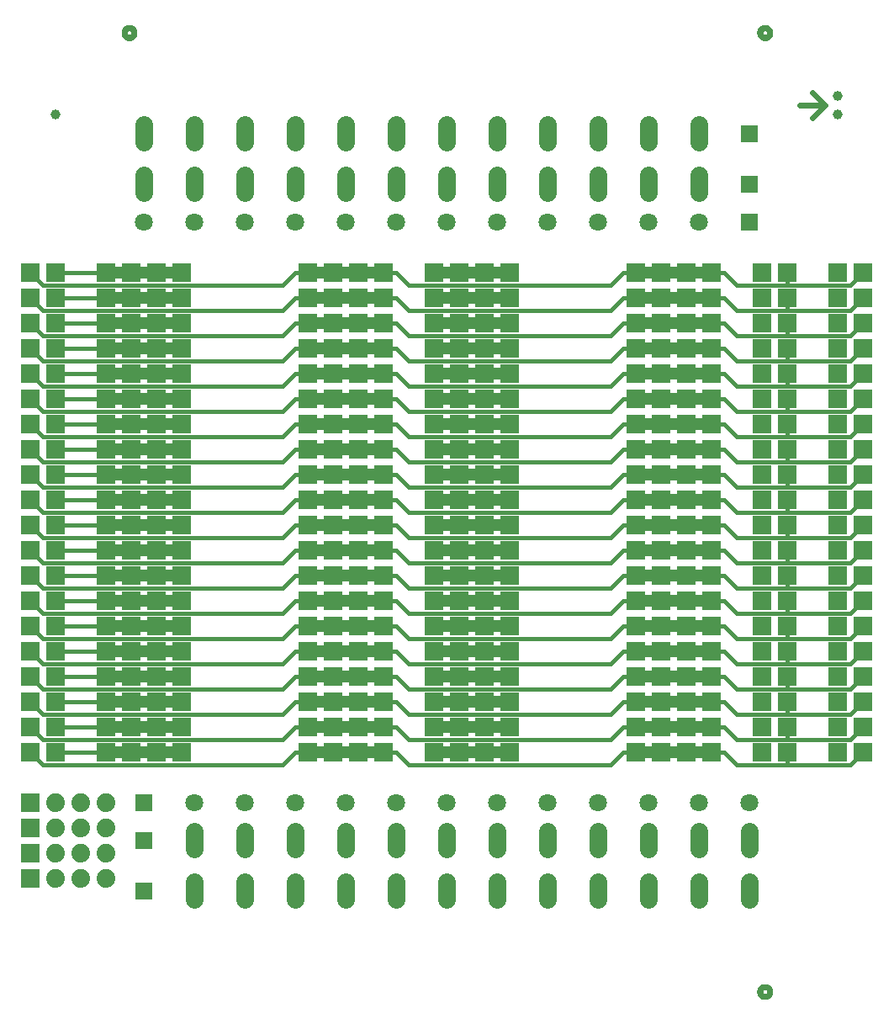
<source format=gtl>
G75*
%MOIN*%
%OFA0B0*%
%FSLAX25Y25*%
%IPPOS*%
%LPD*%
%AMOC8*
5,1,8,0,0,1.08239X$1,22.5*
%
%ADD10C,0.02400*%
%ADD11C,0.03937*%
%ADD12R,0.07400X0.07400*%
%ADD13C,0.07087*%
%ADD14R,0.07087X0.07087*%
%ADD15C,0.07400*%
%ADD16C,0.07087*%
%ADD17R,0.35000X0.05000*%
%ADD18C,0.01600*%
D10*
X0307140Y0008690D02*
X0307142Y0008778D01*
X0307148Y0008866D01*
X0307158Y0008954D01*
X0307172Y0009042D01*
X0307189Y0009128D01*
X0307211Y0009214D01*
X0307236Y0009298D01*
X0307266Y0009382D01*
X0307298Y0009464D01*
X0307335Y0009544D01*
X0307375Y0009623D01*
X0307419Y0009700D01*
X0307466Y0009775D01*
X0307516Y0009847D01*
X0307570Y0009918D01*
X0307626Y0009985D01*
X0307686Y0010051D01*
X0307748Y0010113D01*
X0307814Y0010173D01*
X0307881Y0010229D01*
X0307952Y0010283D01*
X0308024Y0010333D01*
X0308099Y0010380D01*
X0308176Y0010424D01*
X0308255Y0010464D01*
X0308335Y0010501D01*
X0308417Y0010533D01*
X0308501Y0010563D01*
X0308585Y0010588D01*
X0308671Y0010610D01*
X0308757Y0010627D01*
X0308845Y0010641D01*
X0308933Y0010651D01*
X0309021Y0010657D01*
X0309109Y0010659D01*
X0309197Y0010657D01*
X0309285Y0010651D01*
X0309373Y0010641D01*
X0309461Y0010627D01*
X0309547Y0010610D01*
X0309633Y0010588D01*
X0309717Y0010563D01*
X0309801Y0010533D01*
X0309883Y0010501D01*
X0309963Y0010464D01*
X0310042Y0010424D01*
X0310119Y0010380D01*
X0310194Y0010333D01*
X0310266Y0010283D01*
X0310337Y0010229D01*
X0310404Y0010173D01*
X0310470Y0010113D01*
X0310532Y0010051D01*
X0310592Y0009985D01*
X0310648Y0009918D01*
X0310702Y0009847D01*
X0310752Y0009775D01*
X0310799Y0009700D01*
X0310843Y0009623D01*
X0310883Y0009544D01*
X0310920Y0009464D01*
X0310952Y0009382D01*
X0310982Y0009298D01*
X0311007Y0009214D01*
X0311029Y0009128D01*
X0311046Y0009042D01*
X0311060Y0008954D01*
X0311070Y0008866D01*
X0311076Y0008778D01*
X0311078Y0008690D01*
X0311076Y0008602D01*
X0311070Y0008514D01*
X0311060Y0008426D01*
X0311046Y0008338D01*
X0311029Y0008252D01*
X0311007Y0008166D01*
X0310982Y0008082D01*
X0310952Y0007998D01*
X0310920Y0007916D01*
X0310883Y0007836D01*
X0310843Y0007757D01*
X0310799Y0007680D01*
X0310752Y0007605D01*
X0310702Y0007533D01*
X0310648Y0007462D01*
X0310592Y0007395D01*
X0310532Y0007329D01*
X0310470Y0007267D01*
X0310404Y0007207D01*
X0310337Y0007151D01*
X0310266Y0007097D01*
X0310194Y0007047D01*
X0310119Y0007000D01*
X0310042Y0006956D01*
X0309963Y0006916D01*
X0309883Y0006879D01*
X0309801Y0006847D01*
X0309717Y0006817D01*
X0309633Y0006792D01*
X0309547Y0006770D01*
X0309461Y0006753D01*
X0309373Y0006739D01*
X0309285Y0006729D01*
X0309197Y0006723D01*
X0309109Y0006721D01*
X0309021Y0006723D01*
X0308933Y0006729D01*
X0308845Y0006739D01*
X0308757Y0006753D01*
X0308671Y0006770D01*
X0308585Y0006792D01*
X0308501Y0006817D01*
X0308417Y0006847D01*
X0308335Y0006879D01*
X0308255Y0006916D01*
X0308176Y0006956D01*
X0308099Y0007000D01*
X0308024Y0007047D01*
X0307952Y0007097D01*
X0307881Y0007151D01*
X0307814Y0007207D01*
X0307748Y0007267D01*
X0307686Y0007329D01*
X0307626Y0007395D01*
X0307570Y0007462D01*
X0307516Y0007533D01*
X0307466Y0007605D01*
X0307419Y0007680D01*
X0307375Y0007757D01*
X0307335Y0007836D01*
X0307298Y0007916D01*
X0307266Y0007998D01*
X0307236Y0008082D01*
X0307211Y0008166D01*
X0307189Y0008252D01*
X0307172Y0008338D01*
X0307158Y0008426D01*
X0307148Y0008514D01*
X0307142Y0008602D01*
X0307140Y0008690D01*
X0328125Y0354900D02*
X0333125Y0359900D01*
X0328125Y0364900D01*
X0323125Y0359900D02*
X0333125Y0359900D01*
X0307140Y0388611D02*
X0307142Y0388699D01*
X0307148Y0388787D01*
X0307158Y0388875D01*
X0307172Y0388963D01*
X0307189Y0389049D01*
X0307211Y0389135D01*
X0307236Y0389219D01*
X0307266Y0389303D01*
X0307298Y0389385D01*
X0307335Y0389465D01*
X0307375Y0389544D01*
X0307419Y0389621D01*
X0307466Y0389696D01*
X0307516Y0389768D01*
X0307570Y0389839D01*
X0307626Y0389906D01*
X0307686Y0389972D01*
X0307748Y0390034D01*
X0307814Y0390094D01*
X0307881Y0390150D01*
X0307952Y0390204D01*
X0308024Y0390254D01*
X0308099Y0390301D01*
X0308176Y0390345D01*
X0308255Y0390385D01*
X0308335Y0390422D01*
X0308417Y0390454D01*
X0308501Y0390484D01*
X0308585Y0390509D01*
X0308671Y0390531D01*
X0308757Y0390548D01*
X0308845Y0390562D01*
X0308933Y0390572D01*
X0309021Y0390578D01*
X0309109Y0390580D01*
X0309197Y0390578D01*
X0309285Y0390572D01*
X0309373Y0390562D01*
X0309461Y0390548D01*
X0309547Y0390531D01*
X0309633Y0390509D01*
X0309717Y0390484D01*
X0309801Y0390454D01*
X0309883Y0390422D01*
X0309963Y0390385D01*
X0310042Y0390345D01*
X0310119Y0390301D01*
X0310194Y0390254D01*
X0310266Y0390204D01*
X0310337Y0390150D01*
X0310404Y0390094D01*
X0310470Y0390034D01*
X0310532Y0389972D01*
X0310592Y0389906D01*
X0310648Y0389839D01*
X0310702Y0389768D01*
X0310752Y0389696D01*
X0310799Y0389621D01*
X0310843Y0389544D01*
X0310883Y0389465D01*
X0310920Y0389385D01*
X0310952Y0389303D01*
X0310982Y0389219D01*
X0311007Y0389135D01*
X0311029Y0389049D01*
X0311046Y0388963D01*
X0311060Y0388875D01*
X0311070Y0388787D01*
X0311076Y0388699D01*
X0311078Y0388611D01*
X0311076Y0388523D01*
X0311070Y0388435D01*
X0311060Y0388347D01*
X0311046Y0388259D01*
X0311029Y0388173D01*
X0311007Y0388087D01*
X0310982Y0388003D01*
X0310952Y0387919D01*
X0310920Y0387837D01*
X0310883Y0387757D01*
X0310843Y0387678D01*
X0310799Y0387601D01*
X0310752Y0387526D01*
X0310702Y0387454D01*
X0310648Y0387383D01*
X0310592Y0387316D01*
X0310532Y0387250D01*
X0310470Y0387188D01*
X0310404Y0387128D01*
X0310337Y0387072D01*
X0310266Y0387018D01*
X0310194Y0386968D01*
X0310119Y0386921D01*
X0310042Y0386877D01*
X0309963Y0386837D01*
X0309883Y0386800D01*
X0309801Y0386768D01*
X0309717Y0386738D01*
X0309633Y0386713D01*
X0309547Y0386691D01*
X0309461Y0386674D01*
X0309373Y0386660D01*
X0309285Y0386650D01*
X0309197Y0386644D01*
X0309109Y0386642D01*
X0309021Y0386644D01*
X0308933Y0386650D01*
X0308845Y0386660D01*
X0308757Y0386674D01*
X0308671Y0386691D01*
X0308585Y0386713D01*
X0308501Y0386738D01*
X0308417Y0386768D01*
X0308335Y0386800D01*
X0308255Y0386837D01*
X0308176Y0386877D01*
X0308099Y0386921D01*
X0308024Y0386968D01*
X0307952Y0387018D01*
X0307881Y0387072D01*
X0307814Y0387128D01*
X0307748Y0387188D01*
X0307686Y0387250D01*
X0307626Y0387316D01*
X0307570Y0387383D01*
X0307516Y0387454D01*
X0307466Y0387526D01*
X0307419Y0387601D01*
X0307375Y0387678D01*
X0307335Y0387757D01*
X0307298Y0387837D01*
X0307266Y0387919D01*
X0307236Y0388003D01*
X0307211Y0388087D01*
X0307189Y0388173D01*
X0307172Y0388259D01*
X0307158Y0388347D01*
X0307148Y0388435D01*
X0307142Y0388523D01*
X0307140Y0388611D01*
X0055171Y0388611D02*
X0055173Y0388699D01*
X0055179Y0388787D01*
X0055189Y0388875D01*
X0055203Y0388963D01*
X0055220Y0389049D01*
X0055242Y0389135D01*
X0055267Y0389219D01*
X0055297Y0389303D01*
X0055329Y0389385D01*
X0055366Y0389465D01*
X0055406Y0389544D01*
X0055450Y0389621D01*
X0055497Y0389696D01*
X0055547Y0389768D01*
X0055601Y0389839D01*
X0055657Y0389906D01*
X0055717Y0389972D01*
X0055779Y0390034D01*
X0055845Y0390094D01*
X0055912Y0390150D01*
X0055983Y0390204D01*
X0056055Y0390254D01*
X0056130Y0390301D01*
X0056207Y0390345D01*
X0056286Y0390385D01*
X0056366Y0390422D01*
X0056448Y0390454D01*
X0056532Y0390484D01*
X0056616Y0390509D01*
X0056702Y0390531D01*
X0056788Y0390548D01*
X0056876Y0390562D01*
X0056964Y0390572D01*
X0057052Y0390578D01*
X0057140Y0390580D01*
X0057228Y0390578D01*
X0057316Y0390572D01*
X0057404Y0390562D01*
X0057492Y0390548D01*
X0057578Y0390531D01*
X0057664Y0390509D01*
X0057748Y0390484D01*
X0057832Y0390454D01*
X0057914Y0390422D01*
X0057994Y0390385D01*
X0058073Y0390345D01*
X0058150Y0390301D01*
X0058225Y0390254D01*
X0058297Y0390204D01*
X0058368Y0390150D01*
X0058435Y0390094D01*
X0058501Y0390034D01*
X0058563Y0389972D01*
X0058623Y0389906D01*
X0058679Y0389839D01*
X0058733Y0389768D01*
X0058783Y0389696D01*
X0058830Y0389621D01*
X0058874Y0389544D01*
X0058914Y0389465D01*
X0058951Y0389385D01*
X0058983Y0389303D01*
X0059013Y0389219D01*
X0059038Y0389135D01*
X0059060Y0389049D01*
X0059077Y0388963D01*
X0059091Y0388875D01*
X0059101Y0388787D01*
X0059107Y0388699D01*
X0059109Y0388611D01*
X0059107Y0388523D01*
X0059101Y0388435D01*
X0059091Y0388347D01*
X0059077Y0388259D01*
X0059060Y0388173D01*
X0059038Y0388087D01*
X0059013Y0388003D01*
X0058983Y0387919D01*
X0058951Y0387837D01*
X0058914Y0387757D01*
X0058874Y0387678D01*
X0058830Y0387601D01*
X0058783Y0387526D01*
X0058733Y0387454D01*
X0058679Y0387383D01*
X0058623Y0387316D01*
X0058563Y0387250D01*
X0058501Y0387188D01*
X0058435Y0387128D01*
X0058368Y0387072D01*
X0058297Y0387018D01*
X0058225Y0386968D01*
X0058150Y0386921D01*
X0058073Y0386877D01*
X0057994Y0386837D01*
X0057914Y0386800D01*
X0057832Y0386768D01*
X0057748Y0386738D01*
X0057664Y0386713D01*
X0057578Y0386691D01*
X0057492Y0386674D01*
X0057404Y0386660D01*
X0057316Y0386650D01*
X0057228Y0386644D01*
X0057140Y0386642D01*
X0057052Y0386644D01*
X0056964Y0386650D01*
X0056876Y0386660D01*
X0056788Y0386674D01*
X0056702Y0386691D01*
X0056616Y0386713D01*
X0056532Y0386738D01*
X0056448Y0386768D01*
X0056366Y0386800D01*
X0056286Y0386837D01*
X0056207Y0386877D01*
X0056130Y0386921D01*
X0056055Y0386968D01*
X0055983Y0387018D01*
X0055912Y0387072D01*
X0055845Y0387128D01*
X0055779Y0387188D01*
X0055717Y0387250D01*
X0055657Y0387316D01*
X0055601Y0387383D01*
X0055547Y0387454D01*
X0055497Y0387526D01*
X0055450Y0387601D01*
X0055406Y0387678D01*
X0055366Y0387757D01*
X0055329Y0387837D01*
X0055297Y0387919D01*
X0055267Y0388003D01*
X0055242Y0388087D01*
X0055220Y0388173D01*
X0055203Y0388259D01*
X0055189Y0388347D01*
X0055179Y0388435D01*
X0055173Y0388523D01*
X0055171Y0388611D01*
D11*
X0028125Y0356150D03*
X0338125Y0356150D03*
X0338125Y0363650D03*
D12*
X0018125Y0053650D03*
X0018125Y0063650D03*
X0018125Y0073650D03*
X0018125Y0083650D03*
X0018125Y0103650D03*
X0018125Y0113650D03*
X0028125Y0113650D03*
X0028125Y0103650D03*
X0028125Y0123650D03*
X0028125Y0133650D03*
X0028125Y0143650D03*
X0028125Y0153650D03*
X0028125Y0163650D03*
X0028125Y0173650D03*
X0028125Y0183650D03*
X0028125Y0193650D03*
X0028125Y0203650D03*
X0028125Y0213650D03*
X0028125Y0223650D03*
X0028125Y0233650D03*
X0028125Y0243650D03*
X0028125Y0253650D03*
X0028125Y0263650D03*
X0028125Y0273650D03*
X0028125Y0283650D03*
X0028125Y0293650D03*
X0018125Y0293650D03*
X0018125Y0283650D03*
X0018125Y0273650D03*
X0018125Y0263650D03*
X0018125Y0253650D03*
X0018125Y0243650D03*
X0018125Y0233650D03*
X0018125Y0223650D03*
X0018125Y0213650D03*
X0018125Y0203650D03*
X0018125Y0193650D03*
X0018125Y0183650D03*
X0018125Y0173650D03*
X0018125Y0163650D03*
X0018125Y0153650D03*
X0018125Y0143650D03*
X0018125Y0133650D03*
X0018125Y0123650D03*
X0048125Y0123650D03*
X0058125Y0123650D03*
X0058125Y0133650D03*
X0048125Y0133650D03*
X0048125Y0143650D03*
X0058125Y0143650D03*
X0058125Y0153650D03*
X0048125Y0153650D03*
X0048125Y0163650D03*
X0058125Y0163650D03*
X0058125Y0173650D03*
X0048125Y0173650D03*
X0048125Y0183650D03*
X0058125Y0183650D03*
X0058125Y0193650D03*
X0048125Y0193650D03*
X0048125Y0203650D03*
X0058125Y0203650D03*
X0058125Y0213650D03*
X0048125Y0213650D03*
X0048125Y0223650D03*
X0058125Y0223650D03*
X0058125Y0233650D03*
X0048125Y0233650D03*
X0048125Y0243650D03*
X0058125Y0243650D03*
X0058125Y0253650D03*
X0048125Y0253650D03*
X0048125Y0263650D03*
X0058125Y0263650D03*
X0058125Y0273650D03*
X0048125Y0273650D03*
X0048125Y0283650D03*
X0058125Y0283650D03*
X0058125Y0293650D03*
X0048125Y0293650D03*
X0068125Y0293650D03*
X0068125Y0283650D03*
X0078125Y0283650D03*
X0078125Y0293650D03*
X0078125Y0273650D03*
X0078125Y0263650D03*
X0078125Y0253650D03*
X0078125Y0243650D03*
X0078125Y0233650D03*
X0078125Y0223650D03*
X0078125Y0213650D03*
X0078125Y0203650D03*
X0078125Y0193650D03*
X0078125Y0183650D03*
X0078125Y0173650D03*
X0078125Y0163650D03*
X0078125Y0153650D03*
X0078125Y0143650D03*
X0078125Y0133650D03*
X0078125Y0123650D03*
X0078125Y0113650D03*
X0078125Y0103650D03*
X0068125Y0103650D03*
X0068125Y0113650D03*
X0068125Y0123650D03*
X0068125Y0133650D03*
X0068125Y0143650D03*
X0068125Y0153650D03*
X0068125Y0163650D03*
X0068125Y0173650D03*
X0068125Y0183650D03*
X0068125Y0193650D03*
X0068125Y0203650D03*
X0068125Y0213650D03*
X0068125Y0223650D03*
X0068125Y0233650D03*
X0068125Y0243650D03*
X0068125Y0253650D03*
X0068125Y0263650D03*
X0068125Y0273650D03*
X0128125Y0273650D03*
X0128125Y0263650D03*
X0138125Y0263650D03*
X0138125Y0273650D03*
X0148125Y0273650D03*
X0148125Y0263650D03*
X0158125Y0263650D03*
X0158125Y0273650D03*
X0158125Y0283650D03*
X0158125Y0293650D03*
X0148125Y0293650D03*
X0148125Y0283650D03*
X0138125Y0283650D03*
X0138125Y0293650D03*
X0128125Y0293650D03*
X0128125Y0283650D03*
X0128125Y0253650D03*
X0128125Y0243650D03*
X0138125Y0243650D03*
X0138125Y0253650D03*
X0148125Y0253650D03*
X0148125Y0243650D03*
X0158125Y0243650D03*
X0158125Y0253650D03*
X0178125Y0253650D03*
X0178125Y0243650D03*
X0188125Y0243650D03*
X0188125Y0253650D03*
X0198125Y0253650D03*
X0208125Y0253650D03*
X0208125Y0243650D03*
X0198125Y0243650D03*
X0198125Y0233650D03*
X0208125Y0233650D03*
X0208125Y0223650D03*
X0198125Y0223650D03*
X0198125Y0213650D03*
X0208125Y0213650D03*
X0208125Y0203650D03*
X0198125Y0203650D03*
X0198125Y0193650D03*
X0208125Y0193650D03*
X0208125Y0183650D03*
X0198125Y0183650D03*
X0198125Y0173650D03*
X0208125Y0173650D03*
X0208125Y0163650D03*
X0198125Y0163650D03*
X0198125Y0153650D03*
X0208125Y0153650D03*
X0208125Y0143650D03*
X0198125Y0143650D03*
X0198125Y0133650D03*
X0208125Y0133650D03*
X0208125Y0123650D03*
X0198125Y0123650D03*
X0198125Y0113650D03*
X0208125Y0113650D03*
X0208125Y0103650D03*
X0198125Y0103650D03*
X0188125Y0103650D03*
X0188125Y0113650D03*
X0188125Y0123650D03*
X0188125Y0133650D03*
X0188125Y0143650D03*
X0188125Y0153650D03*
X0188125Y0163650D03*
X0188125Y0173650D03*
X0188125Y0183650D03*
X0188125Y0193650D03*
X0188125Y0203650D03*
X0188125Y0213650D03*
X0188125Y0223650D03*
X0188125Y0233650D03*
X0178125Y0233650D03*
X0178125Y0223650D03*
X0178125Y0213650D03*
X0178125Y0203650D03*
X0178125Y0193650D03*
X0178125Y0183650D03*
X0178125Y0173650D03*
X0178125Y0163650D03*
X0178125Y0153650D03*
X0178125Y0143650D03*
X0178125Y0133650D03*
X0178125Y0123650D03*
X0178125Y0113650D03*
X0178125Y0103650D03*
X0158125Y0103650D03*
X0158125Y0113650D03*
X0158125Y0123650D03*
X0158125Y0133650D03*
X0158125Y0143650D03*
X0158125Y0153650D03*
X0158125Y0163650D03*
X0158125Y0173650D03*
X0158125Y0183650D03*
X0158125Y0193650D03*
X0158125Y0203650D03*
X0158125Y0213650D03*
X0158125Y0223650D03*
X0158125Y0233650D03*
X0148125Y0233650D03*
X0148125Y0223650D03*
X0148125Y0213650D03*
X0148125Y0203650D03*
X0148125Y0193650D03*
X0148125Y0183650D03*
X0148125Y0173650D03*
X0148125Y0163650D03*
X0148125Y0153650D03*
X0148125Y0143650D03*
X0148125Y0133650D03*
X0148125Y0123650D03*
X0148125Y0113650D03*
X0148125Y0103650D03*
X0138125Y0103650D03*
X0138125Y0113650D03*
X0138125Y0123650D03*
X0138125Y0133650D03*
X0138125Y0143650D03*
X0138125Y0153650D03*
X0138125Y0163650D03*
X0138125Y0173650D03*
X0138125Y0183650D03*
X0138125Y0193650D03*
X0138125Y0203650D03*
X0138125Y0213650D03*
X0138125Y0223650D03*
X0138125Y0233650D03*
X0128125Y0233650D03*
X0128125Y0223650D03*
X0128125Y0213650D03*
X0128125Y0203650D03*
X0128125Y0193650D03*
X0128125Y0183650D03*
X0128125Y0173650D03*
X0128125Y0163650D03*
X0128125Y0153650D03*
X0128125Y0143650D03*
X0128125Y0133650D03*
X0128125Y0123650D03*
X0128125Y0113650D03*
X0128125Y0103650D03*
X0058125Y0103650D03*
X0058125Y0113650D03*
X0048125Y0113650D03*
X0048125Y0103650D03*
X0178125Y0263650D03*
X0178125Y0273650D03*
X0188125Y0273650D03*
X0188125Y0263650D03*
X0198125Y0263650D03*
X0208125Y0263650D03*
X0208125Y0273650D03*
X0198125Y0273650D03*
X0198125Y0283650D03*
X0208125Y0283650D03*
X0208125Y0293650D03*
X0198125Y0293650D03*
X0188125Y0293650D03*
X0188125Y0283650D03*
X0178125Y0283650D03*
X0178125Y0293650D03*
X0258125Y0293650D03*
X0258125Y0283650D03*
X0268125Y0283650D03*
X0278125Y0283650D03*
X0278125Y0293650D03*
X0268125Y0293650D03*
X0288125Y0293650D03*
X0288125Y0283650D03*
X0288125Y0273650D03*
X0288125Y0263650D03*
X0288125Y0253650D03*
X0288125Y0243650D03*
X0288125Y0233650D03*
X0288125Y0223650D03*
X0288125Y0213650D03*
X0288125Y0203650D03*
X0288125Y0193650D03*
X0288125Y0183650D03*
X0288125Y0173650D03*
X0288125Y0163650D03*
X0288125Y0153650D03*
X0288125Y0143650D03*
X0288125Y0133650D03*
X0288125Y0123650D03*
X0288125Y0113650D03*
X0288125Y0103650D03*
X0278125Y0103650D03*
X0278125Y0113650D03*
X0268125Y0113650D03*
X0268125Y0103650D03*
X0258125Y0103650D03*
X0258125Y0113650D03*
X0258125Y0123650D03*
X0258125Y0133650D03*
X0268125Y0133650D03*
X0278125Y0133650D03*
X0278125Y0123650D03*
X0268125Y0123650D03*
X0268125Y0143650D03*
X0278125Y0143650D03*
X0278125Y0153650D03*
X0268125Y0153650D03*
X0268125Y0163650D03*
X0278125Y0163650D03*
X0278125Y0173650D03*
X0268125Y0173650D03*
X0268125Y0183650D03*
X0278125Y0183650D03*
X0278125Y0193650D03*
X0268125Y0193650D03*
X0268125Y0203650D03*
X0278125Y0203650D03*
X0278125Y0213650D03*
X0268125Y0213650D03*
X0268125Y0223650D03*
X0278125Y0223650D03*
X0278125Y0233650D03*
X0268125Y0233650D03*
X0268125Y0243650D03*
X0278125Y0243650D03*
X0278125Y0253650D03*
X0268125Y0253650D03*
X0268125Y0263650D03*
X0278125Y0263650D03*
X0278125Y0273650D03*
X0268125Y0273650D03*
X0258125Y0273650D03*
X0258125Y0263650D03*
X0258125Y0253650D03*
X0258125Y0243650D03*
X0258125Y0233650D03*
X0258125Y0223650D03*
X0258125Y0213650D03*
X0258125Y0203650D03*
X0258125Y0193650D03*
X0258125Y0183650D03*
X0258125Y0173650D03*
X0258125Y0163650D03*
X0258125Y0153650D03*
X0258125Y0143650D03*
X0308125Y0143650D03*
X0318125Y0143650D03*
X0318125Y0153650D03*
X0308125Y0153650D03*
X0308125Y0163650D03*
X0318125Y0163650D03*
X0318125Y0173650D03*
X0308125Y0173650D03*
X0308125Y0183650D03*
X0318125Y0183650D03*
X0318125Y0193650D03*
X0308125Y0193650D03*
X0308125Y0203650D03*
X0318125Y0203650D03*
X0318125Y0213650D03*
X0308125Y0213650D03*
X0308125Y0223650D03*
X0318125Y0223650D03*
X0318125Y0233650D03*
X0308125Y0233650D03*
X0308125Y0243650D03*
X0318125Y0243650D03*
X0318125Y0253650D03*
X0308125Y0253650D03*
X0308125Y0263650D03*
X0318125Y0263650D03*
X0318125Y0273650D03*
X0308125Y0273650D03*
X0308125Y0283650D03*
X0318125Y0283650D03*
X0318125Y0293650D03*
X0308125Y0293650D03*
X0338125Y0293650D03*
X0338125Y0283650D03*
X0348125Y0283650D03*
X0348125Y0293650D03*
X0348125Y0273650D03*
X0348125Y0263650D03*
X0348125Y0253650D03*
X0348125Y0243650D03*
X0348125Y0233650D03*
X0348125Y0223650D03*
X0348125Y0213650D03*
X0348125Y0203650D03*
X0348125Y0193650D03*
X0348125Y0183650D03*
X0348125Y0173650D03*
X0348125Y0163650D03*
X0348125Y0153650D03*
X0348125Y0143650D03*
X0348125Y0133650D03*
X0348125Y0123650D03*
X0348125Y0113650D03*
X0348125Y0103650D03*
X0338125Y0103650D03*
X0338125Y0113650D03*
X0338125Y0123650D03*
X0338125Y0133650D03*
X0338125Y0143650D03*
X0338125Y0153650D03*
X0338125Y0163650D03*
X0338125Y0173650D03*
X0338125Y0183650D03*
X0338125Y0193650D03*
X0338125Y0203650D03*
X0338125Y0213650D03*
X0338125Y0223650D03*
X0338125Y0233650D03*
X0338125Y0243650D03*
X0338125Y0253650D03*
X0338125Y0263650D03*
X0338125Y0273650D03*
X0318125Y0133650D03*
X0318125Y0123650D03*
X0308125Y0123650D03*
X0308125Y0133650D03*
X0308125Y0113650D03*
X0318125Y0113650D03*
X0318125Y0103650D03*
X0308125Y0103650D03*
D13*
X0303125Y0083650D03*
X0283125Y0083650D03*
X0263125Y0083650D03*
X0243125Y0083650D03*
X0223125Y0083650D03*
X0203125Y0083650D03*
X0183125Y0083650D03*
X0163125Y0083650D03*
X0143125Y0083650D03*
X0123125Y0083650D03*
X0103125Y0083650D03*
X0083125Y0083650D03*
X0083125Y0313650D03*
X0063125Y0313650D03*
X0103125Y0313650D03*
X0123125Y0313650D03*
X0143125Y0313650D03*
X0163125Y0313650D03*
X0183125Y0313650D03*
X0203125Y0313650D03*
X0223125Y0313650D03*
X0243125Y0313650D03*
X0263125Y0313650D03*
X0283125Y0313650D03*
D14*
X0303125Y0313650D03*
X0303125Y0328650D03*
X0303125Y0348650D03*
X0063125Y0083650D03*
X0063125Y0068650D03*
X0063125Y0048650D03*
D15*
X0048125Y0053650D03*
X0048125Y0063650D03*
X0048125Y0073650D03*
X0048125Y0083650D03*
X0038125Y0083650D03*
X0038125Y0073650D03*
X0038125Y0063650D03*
X0038125Y0053650D03*
X0028125Y0053650D03*
X0028125Y0063650D03*
X0028125Y0073650D03*
X0028125Y0083650D03*
D16*
X0083125Y0072194D02*
X0083125Y0065107D01*
X0083125Y0052194D02*
X0083125Y0045107D01*
X0103125Y0045107D02*
X0103125Y0052194D01*
X0103125Y0065107D02*
X0103125Y0072194D01*
X0123125Y0072194D02*
X0123125Y0065107D01*
X0123125Y0052194D02*
X0123125Y0045107D01*
X0143125Y0045107D02*
X0143125Y0052194D01*
X0143125Y0065107D02*
X0143125Y0072194D01*
X0163125Y0072194D02*
X0163125Y0065107D01*
X0163125Y0052194D02*
X0163125Y0045107D01*
X0183125Y0045107D02*
X0183125Y0052194D01*
X0183125Y0065107D02*
X0183125Y0072194D01*
X0203125Y0072194D02*
X0203125Y0065107D01*
X0203125Y0052194D02*
X0203125Y0045107D01*
X0223125Y0045107D02*
X0223125Y0052194D01*
X0223125Y0065107D02*
X0223125Y0072194D01*
X0243125Y0072194D02*
X0243125Y0065107D01*
X0243125Y0052194D02*
X0243125Y0045107D01*
X0263125Y0045107D02*
X0263125Y0052194D01*
X0263125Y0065107D02*
X0263125Y0072194D01*
X0283125Y0072194D02*
X0283125Y0065107D01*
X0283125Y0052194D02*
X0283125Y0045107D01*
X0303125Y0045107D02*
X0303125Y0052194D01*
X0303125Y0065107D02*
X0303125Y0072194D01*
X0283125Y0325107D02*
X0283125Y0332194D01*
X0283125Y0345107D02*
X0283125Y0352194D01*
X0263125Y0352194D02*
X0263125Y0345107D01*
X0263125Y0332194D02*
X0263125Y0325107D01*
X0243125Y0325107D02*
X0243125Y0332194D01*
X0243125Y0345107D02*
X0243125Y0352194D01*
X0223125Y0352194D02*
X0223125Y0345107D01*
X0223125Y0332194D02*
X0223125Y0325107D01*
X0203125Y0325107D02*
X0203125Y0332194D01*
X0203125Y0345107D02*
X0203125Y0352194D01*
X0183125Y0352194D02*
X0183125Y0345107D01*
X0183125Y0332194D02*
X0183125Y0325107D01*
X0163125Y0325107D02*
X0163125Y0332194D01*
X0163125Y0345107D02*
X0163125Y0352194D01*
X0143125Y0352194D02*
X0143125Y0345107D01*
X0143125Y0332194D02*
X0143125Y0325107D01*
X0123125Y0325107D02*
X0123125Y0332194D01*
X0123125Y0345107D02*
X0123125Y0352194D01*
X0103125Y0352194D02*
X0103125Y0345107D01*
X0103125Y0332194D02*
X0103125Y0325107D01*
X0083125Y0325107D02*
X0083125Y0332194D01*
X0083125Y0345107D02*
X0083125Y0352194D01*
X0063125Y0352194D02*
X0063125Y0345107D01*
X0063125Y0332194D02*
X0063125Y0325107D01*
D17*
X0063125Y0293650D03*
X0063125Y0283650D03*
X0063125Y0273650D03*
X0063125Y0263650D03*
X0063125Y0253650D03*
X0063125Y0243650D03*
X0063125Y0233650D03*
X0063125Y0223650D03*
X0063125Y0213650D03*
X0063125Y0203650D03*
X0063125Y0193650D03*
X0063125Y0183650D03*
X0063125Y0173650D03*
X0063125Y0163650D03*
X0063125Y0153650D03*
X0063125Y0143650D03*
X0063125Y0133650D03*
X0063125Y0123650D03*
X0063125Y0113650D03*
X0063125Y0103650D03*
X0143125Y0103650D03*
X0143125Y0113650D03*
X0143125Y0123650D03*
X0143125Y0133650D03*
X0143125Y0143650D03*
X0143125Y0153650D03*
X0143125Y0163650D03*
X0143125Y0173650D03*
X0143125Y0183650D03*
X0143125Y0193650D03*
X0143125Y0203650D03*
X0143125Y0213650D03*
X0143125Y0223650D03*
X0143125Y0233650D03*
X0143125Y0243650D03*
X0143125Y0253650D03*
X0143125Y0263650D03*
X0143125Y0273650D03*
X0143125Y0283650D03*
X0143125Y0293650D03*
X0193125Y0293650D03*
X0193125Y0283650D03*
X0193125Y0273650D03*
X0193125Y0263650D03*
X0193125Y0253650D03*
X0193125Y0243650D03*
X0193125Y0233650D03*
X0193125Y0223650D03*
X0193125Y0213650D03*
X0193125Y0203650D03*
X0193125Y0193650D03*
X0193125Y0183650D03*
X0193125Y0173650D03*
X0193125Y0163650D03*
X0193125Y0153650D03*
X0193125Y0143650D03*
X0193125Y0133650D03*
X0193125Y0123650D03*
X0193125Y0113650D03*
X0193125Y0103650D03*
X0273125Y0103650D03*
X0273125Y0113650D03*
X0273125Y0123650D03*
X0273125Y0133650D03*
X0273125Y0143650D03*
X0273125Y0153650D03*
X0273125Y0163650D03*
X0273125Y0173650D03*
X0273125Y0183650D03*
X0273125Y0193650D03*
X0273125Y0203650D03*
X0273125Y0213650D03*
X0273125Y0223650D03*
X0273125Y0233650D03*
X0273125Y0243650D03*
X0273125Y0253650D03*
X0273125Y0263650D03*
X0273125Y0273650D03*
X0273125Y0283650D03*
X0273125Y0293650D03*
D18*
X0268125Y0293650D01*
X0263125Y0293650D01*
X0258125Y0293650D01*
X0253125Y0293650D01*
X0248125Y0288650D01*
X0168125Y0288650D01*
X0163125Y0293650D01*
X0158125Y0293650D01*
X0148125Y0293650D01*
X0143125Y0293650D01*
X0138125Y0293650D01*
X0128125Y0293650D01*
X0123125Y0293650D01*
X0118125Y0288650D01*
X0023125Y0288650D01*
X0018125Y0293650D01*
X0018125Y0283650D02*
X0023125Y0278650D01*
X0118125Y0278650D01*
X0123125Y0283650D01*
X0128125Y0283650D01*
X0138125Y0283650D01*
X0143125Y0283650D01*
X0148125Y0283650D01*
X0158125Y0283650D01*
X0163125Y0283650D01*
X0168125Y0278650D01*
X0248125Y0278650D01*
X0253125Y0283650D01*
X0258125Y0283650D01*
X0263125Y0283650D01*
X0268125Y0283650D01*
X0273125Y0283650D01*
X0278125Y0283650D01*
X0283125Y0283650D01*
X0288125Y0283650D01*
X0293125Y0283650D01*
X0298125Y0278650D01*
X0318125Y0278650D01*
X0318125Y0283650D01*
X0318125Y0278650D02*
X0343125Y0278650D01*
X0348125Y0283650D01*
X0343125Y0288650D02*
X0348125Y0293650D01*
X0343125Y0288650D02*
X0318125Y0288650D01*
X0318125Y0293650D01*
X0318125Y0288650D02*
X0298125Y0288650D01*
X0293125Y0293650D01*
X0288125Y0293650D01*
X0283125Y0293650D01*
X0278125Y0293650D01*
X0273125Y0293650D01*
X0273125Y0283650D02*
X0278125Y0283650D01*
X0268125Y0283650D02*
X0263125Y0283650D01*
X0258125Y0273650D02*
X0268125Y0273650D01*
X0273125Y0273650D01*
X0278125Y0273650D01*
X0273125Y0273650D01*
X0278125Y0273650D02*
X0288125Y0273650D01*
X0293125Y0273650D01*
X0298125Y0268650D01*
X0318125Y0268650D01*
X0318125Y0273650D01*
X0318125Y0268650D02*
X0343125Y0268650D01*
X0348125Y0273650D01*
X0348125Y0263650D02*
X0343125Y0258650D01*
X0318125Y0258650D01*
X0318125Y0263650D01*
X0318125Y0258650D02*
X0298125Y0258650D01*
X0293125Y0263650D01*
X0288125Y0263650D01*
X0283125Y0263650D01*
X0278125Y0263650D01*
X0273125Y0263650D01*
X0268125Y0263650D01*
X0263125Y0263650D01*
X0258125Y0263650D01*
X0253125Y0263650D01*
X0248125Y0258650D01*
X0168125Y0258650D01*
X0163125Y0263650D01*
X0158125Y0263650D01*
X0148125Y0263650D01*
X0143125Y0263650D01*
X0138125Y0263650D01*
X0128125Y0263650D01*
X0123125Y0263650D01*
X0118125Y0258650D01*
X0023125Y0258650D01*
X0018125Y0263650D01*
X0023125Y0268650D02*
X0018125Y0273650D01*
X0023125Y0268650D02*
X0118125Y0268650D01*
X0123125Y0273650D01*
X0128125Y0273650D01*
X0138125Y0273650D01*
X0143125Y0273650D01*
X0148125Y0273650D01*
X0158125Y0273650D01*
X0163125Y0273650D01*
X0168125Y0268650D01*
X0248125Y0268650D01*
X0253125Y0273650D01*
X0258125Y0273650D01*
X0258125Y0253650D02*
X0253125Y0253650D01*
X0248125Y0248650D01*
X0168125Y0248650D01*
X0163125Y0253650D01*
X0158125Y0253650D01*
X0148125Y0253650D01*
X0143125Y0253650D01*
X0138125Y0253650D01*
X0128125Y0253650D01*
X0123125Y0253650D01*
X0118125Y0248650D01*
X0023125Y0248650D01*
X0018125Y0253650D01*
X0018125Y0243650D02*
X0023125Y0238650D01*
X0118125Y0238650D01*
X0123125Y0243650D01*
X0128125Y0243650D01*
X0138125Y0243650D01*
X0143125Y0243650D01*
X0148125Y0243650D01*
X0158125Y0243650D01*
X0163125Y0243650D01*
X0168125Y0238650D01*
X0248125Y0238650D01*
X0253125Y0243650D01*
X0258125Y0243650D01*
X0263125Y0243650D01*
X0268125Y0243650D01*
X0273125Y0243650D01*
X0278125Y0243650D01*
X0288125Y0243650D01*
X0293125Y0243650D01*
X0298125Y0238650D01*
X0318125Y0238650D01*
X0318125Y0243650D01*
X0318125Y0238650D02*
X0343125Y0238650D01*
X0348125Y0243650D01*
X0343125Y0248650D02*
X0348125Y0253650D01*
X0343125Y0248650D02*
X0318125Y0248650D01*
X0318125Y0253650D01*
X0318125Y0248650D02*
X0298125Y0248650D01*
X0293125Y0253650D01*
X0288125Y0253650D01*
X0283125Y0253650D01*
X0278125Y0253650D01*
X0273125Y0253650D01*
X0268125Y0253650D01*
X0263125Y0253650D01*
X0258125Y0253650D01*
X0258125Y0233650D02*
X0253125Y0233650D01*
X0248125Y0228650D01*
X0168125Y0228650D01*
X0163125Y0233650D01*
X0158125Y0233650D01*
X0148125Y0233650D01*
X0143125Y0233650D01*
X0138125Y0233650D01*
X0128125Y0233650D01*
X0123125Y0233650D01*
X0118125Y0228650D01*
X0023125Y0228650D01*
X0018125Y0233650D01*
X0018125Y0223650D02*
X0023125Y0218650D01*
X0118125Y0218650D01*
X0123125Y0223650D01*
X0128125Y0223650D01*
X0138125Y0223650D01*
X0143125Y0223650D01*
X0148125Y0223650D01*
X0158125Y0223650D01*
X0163125Y0223650D01*
X0168125Y0218650D01*
X0248125Y0218650D01*
X0253125Y0223650D01*
X0258125Y0223650D01*
X0263125Y0223650D01*
X0268125Y0223650D01*
X0273125Y0223650D01*
X0278125Y0223650D01*
X0283125Y0223650D01*
X0288125Y0223650D01*
X0293125Y0223650D01*
X0298125Y0218650D01*
X0318125Y0218650D01*
X0318125Y0223650D01*
X0318125Y0218650D02*
X0343125Y0218650D01*
X0348125Y0223650D01*
X0343125Y0228650D02*
X0348125Y0233650D01*
X0343125Y0228650D02*
X0318125Y0228650D01*
X0318125Y0233650D01*
X0318125Y0228650D02*
X0298125Y0228650D01*
X0293125Y0233650D01*
X0288125Y0233650D01*
X0283125Y0233650D01*
X0278125Y0233650D01*
X0273125Y0233650D01*
X0268125Y0233650D01*
X0263125Y0233650D01*
X0258125Y0233650D01*
X0258125Y0213650D02*
X0253125Y0213650D01*
X0248125Y0208650D01*
X0168125Y0208650D01*
X0163125Y0213650D01*
X0158125Y0213650D01*
X0148125Y0213650D01*
X0143125Y0213650D01*
X0138125Y0213650D01*
X0128125Y0213650D01*
X0123125Y0213650D01*
X0118125Y0208650D01*
X0023125Y0208650D01*
X0018125Y0213650D01*
X0018125Y0203650D02*
X0023125Y0198650D01*
X0118125Y0198650D01*
X0123125Y0203650D01*
X0128125Y0203650D01*
X0138125Y0203650D01*
X0143125Y0203650D01*
X0148125Y0203650D01*
X0158125Y0203650D01*
X0163125Y0203650D01*
X0168125Y0198650D01*
X0248125Y0198650D01*
X0253125Y0203650D01*
X0258125Y0203650D01*
X0263125Y0203650D01*
X0268125Y0203650D01*
X0273125Y0203650D01*
X0278125Y0203650D01*
X0283125Y0203650D01*
X0288125Y0203650D01*
X0293125Y0203650D01*
X0298125Y0198650D01*
X0318125Y0198650D01*
X0318125Y0203650D01*
X0318125Y0198650D02*
X0343125Y0198650D01*
X0348125Y0203650D01*
X0343125Y0208650D02*
X0348125Y0213650D01*
X0343125Y0208650D02*
X0318125Y0208650D01*
X0318125Y0213650D01*
X0318125Y0208650D02*
X0298125Y0208650D01*
X0293125Y0213650D01*
X0288125Y0213650D01*
X0278125Y0213650D01*
X0273125Y0213650D01*
X0268125Y0213650D01*
X0258125Y0213650D01*
X0258125Y0193650D02*
X0253125Y0193650D01*
X0248125Y0188650D01*
X0168125Y0188650D01*
X0163125Y0193650D01*
X0158125Y0193650D01*
X0148125Y0193650D01*
X0143125Y0193650D01*
X0138125Y0193650D01*
X0128125Y0193650D01*
X0123125Y0193650D01*
X0118125Y0188650D01*
X0023125Y0188650D01*
X0018125Y0193650D01*
X0018125Y0183650D02*
X0023125Y0178650D01*
X0118125Y0178650D01*
X0123125Y0183650D01*
X0128125Y0183650D01*
X0138125Y0183650D01*
X0143125Y0183650D01*
X0148125Y0183650D01*
X0158125Y0183650D01*
X0163125Y0183650D01*
X0168125Y0178650D01*
X0248125Y0178650D01*
X0253125Y0183650D01*
X0258125Y0183650D01*
X0263125Y0183650D01*
X0268125Y0183650D01*
X0273125Y0183650D01*
X0278125Y0183650D01*
X0283125Y0183650D01*
X0288125Y0183650D01*
X0293125Y0183650D01*
X0298125Y0178650D01*
X0318125Y0178650D01*
X0318125Y0183650D01*
X0318125Y0188650D02*
X0318125Y0193650D01*
X0318125Y0188650D02*
X0343125Y0188650D01*
X0348125Y0193650D01*
X0348125Y0183650D02*
X0343125Y0178650D01*
X0318125Y0178650D01*
X0318125Y0173650D02*
X0318125Y0168650D01*
X0343125Y0168650D01*
X0348125Y0173650D01*
X0348125Y0163650D02*
X0343125Y0158650D01*
X0318125Y0158650D01*
X0318125Y0163650D01*
X0318125Y0168650D02*
X0298125Y0168650D01*
X0293125Y0173650D01*
X0288125Y0173650D01*
X0283125Y0173650D01*
X0278125Y0173650D01*
X0273125Y0173650D01*
X0268125Y0173650D01*
X0263125Y0173650D01*
X0258125Y0173650D01*
X0253125Y0173650D01*
X0248125Y0168650D01*
X0168125Y0168650D01*
X0163125Y0173650D01*
X0158125Y0173650D01*
X0148125Y0173650D01*
X0143125Y0173650D01*
X0138125Y0173650D01*
X0128125Y0173650D01*
X0123125Y0173650D01*
X0118125Y0168650D01*
X0023125Y0168650D01*
X0018125Y0173650D01*
X0018125Y0163650D02*
X0023125Y0158650D01*
X0118125Y0158650D01*
X0123125Y0163650D01*
X0128125Y0163650D01*
X0138125Y0163650D01*
X0143125Y0163650D01*
X0148125Y0163650D01*
X0158125Y0163650D01*
X0163125Y0163650D01*
X0168125Y0158650D01*
X0248125Y0158650D01*
X0253125Y0163650D01*
X0258125Y0163650D01*
X0263125Y0163650D01*
X0268125Y0163650D01*
X0273125Y0163650D02*
X0278125Y0163650D01*
X0283125Y0163650D01*
X0288125Y0163650D01*
X0283125Y0163650D01*
X0278125Y0163650D01*
X0288125Y0163650D02*
X0293125Y0163650D01*
X0298125Y0158650D01*
X0318125Y0158650D01*
X0318125Y0153650D02*
X0318125Y0148650D01*
X0343125Y0148650D01*
X0348125Y0153650D01*
X0348125Y0143650D02*
X0343125Y0138650D01*
X0318125Y0138650D01*
X0318125Y0143650D01*
X0318125Y0148650D02*
X0298125Y0148650D01*
X0293125Y0153650D01*
X0288125Y0153650D01*
X0283125Y0153650D01*
X0278125Y0153650D01*
X0273125Y0153650D01*
X0278125Y0153650D01*
X0283125Y0153650D01*
X0288125Y0153650D01*
X0288125Y0143650D02*
X0283125Y0143650D01*
X0278125Y0143650D01*
X0273125Y0143650D01*
X0268125Y0143650D01*
X0263125Y0143650D01*
X0258125Y0143650D01*
X0253125Y0143650D01*
X0248125Y0138650D01*
X0168125Y0138650D01*
X0163125Y0143650D01*
X0158125Y0143650D01*
X0148125Y0143650D01*
X0143125Y0143650D01*
X0138125Y0143650D01*
X0128125Y0143650D01*
X0123125Y0143650D01*
X0118125Y0138650D01*
X0023125Y0138650D01*
X0018125Y0143650D01*
X0023125Y0148650D02*
X0018125Y0153650D01*
X0023125Y0148650D02*
X0118125Y0148650D01*
X0123125Y0153650D01*
X0128125Y0153650D01*
X0138125Y0153650D01*
X0143125Y0153650D01*
X0148125Y0153650D01*
X0158125Y0153650D01*
X0163125Y0153650D01*
X0168125Y0148650D01*
X0248125Y0148650D01*
X0253125Y0153650D01*
X0258125Y0153650D01*
X0263125Y0153650D01*
X0268125Y0153650D01*
X0273125Y0153650D01*
X0288125Y0143650D02*
X0293125Y0143650D01*
X0298125Y0138650D01*
X0318125Y0138650D01*
X0318125Y0133650D02*
X0318125Y0128650D01*
X0343125Y0128650D01*
X0348125Y0133650D01*
X0348125Y0123650D02*
X0343125Y0118650D01*
X0318125Y0118650D01*
X0318125Y0123650D01*
X0318125Y0128650D02*
X0298125Y0128650D01*
X0293125Y0133650D01*
X0288125Y0133650D01*
X0283125Y0133650D01*
X0278125Y0133650D01*
X0273125Y0133650D01*
X0263125Y0133650D01*
X0258125Y0133650D01*
X0253125Y0133650D01*
X0248125Y0128650D01*
X0168125Y0128650D01*
X0163125Y0133650D01*
X0158125Y0133650D01*
X0148125Y0133650D01*
X0143125Y0133650D01*
X0138125Y0133650D01*
X0133125Y0133650D01*
X0128125Y0133650D01*
X0123125Y0133650D01*
X0118125Y0128650D01*
X0023125Y0128650D01*
X0018125Y0133650D01*
X0018125Y0123650D02*
X0023125Y0118650D01*
X0118125Y0118650D01*
X0123125Y0123650D01*
X0128125Y0123650D01*
X0138125Y0123650D01*
X0143125Y0123650D01*
X0148125Y0123650D01*
X0158125Y0123650D01*
X0163125Y0123650D01*
X0168125Y0118650D01*
X0248125Y0118650D01*
X0253125Y0123650D01*
X0258125Y0123650D01*
X0263125Y0123650D01*
X0268125Y0123650D01*
X0273125Y0123650D01*
X0278125Y0123650D01*
X0283125Y0123650D01*
X0288125Y0123650D01*
X0293125Y0123650D01*
X0298125Y0118650D01*
X0318125Y0118650D01*
X0318125Y0113650D02*
X0318125Y0108650D01*
X0343125Y0108650D01*
X0348125Y0113650D01*
X0348125Y0103650D02*
X0343125Y0098650D01*
X0318125Y0098650D01*
X0318125Y0103650D01*
X0318125Y0108650D02*
X0298125Y0108650D01*
X0293125Y0113650D01*
X0288125Y0113650D01*
X0283125Y0113650D01*
X0278125Y0113650D01*
X0273125Y0113650D01*
X0278125Y0113650D01*
X0283125Y0113650D01*
X0278125Y0103650D02*
X0288125Y0103650D01*
X0293125Y0103650D01*
X0288125Y0103650D01*
X0293125Y0103650D02*
X0298125Y0098650D01*
X0318125Y0098650D01*
X0278125Y0103650D02*
X0273125Y0103650D01*
X0278125Y0103650D01*
X0273125Y0103650D02*
X0268125Y0103650D01*
X0263125Y0103650D01*
X0258125Y0103650D01*
X0253125Y0103650D01*
X0248125Y0098650D01*
X0168125Y0098650D01*
X0163125Y0103650D01*
X0158125Y0103650D01*
X0148125Y0103650D01*
X0143125Y0103650D01*
X0138125Y0103650D01*
X0133125Y0103650D01*
X0128125Y0103650D01*
X0123125Y0103650D01*
X0118125Y0098650D01*
X0023125Y0098650D01*
X0018125Y0103650D01*
X0023125Y0108650D02*
X0018125Y0113650D01*
X0023125Y0108650D02*
X0118125Y0108650D01*
X0123125Y0113650D01*
X0128125Y0113650D01*
X0138125Y0113650D01*
X0143125Y0113650D01*
X0153125Y0113650D01*
X0158125Y0113650D01*
X0163125Y0113650D01*
X0168125Y0108650D01*
X0248125Y0108650D01*
X0253125Y0113650D01*
X0258125Y0113650D01*
X0268125Y0113650D01*
X0273125Y0113650D01*
X0273125Y0123650D02*
X0278125Y0123650D01*
X0273125Y0133650D02*
X0268125Y0133650D01*
X0263125Y0133650D01*
X0298125Y0188650D02*
X0318125Y0188650D01*
X0298125Y0188650D02*
X0293125Y0193650D01*
X0288125Y0193650D01*
X0278125Y0193650D01*
X0273125Y0193650D01*
X0268125Y0193650D01*
X0263125Y0193650D01*
X0258125Y0193650D01*
X0208125Y0193650D02*
X0203125Y0193650D01*
X0198125Y0193650D01*
X0193125Y0193650D01*
X0188125Y0193650D01*
X0178125Y0193650D01*
X0178125Y0183650D02*
X0188125Y0183650D01*
X0193125Y0183650D01*
X0198125Y0183650D01*
X0208125Y0183650D01*
X0208125Y0173650D02*
X0198125Y0173650D01*
X0193125Y0173650D01*
X0188125Y0173650D01*
X0178125Y0173650D01*
X0178125Y0163650D02*
X0183125Y0163650D01*
X0188125Y0163650D01*
X0193125Y0163650D01*
X0198125Y0163650D01*
X0208125Y0163650D01*
X0208125Y0153650D02*
X0198125Y0153650D01*
X0193125Y0153650D01*
X0188125Y0153650D01*
X0178125Y0153650D01*
X0178125Y0143650D02*
X0188125Y0143650D01*
X0193125Y0143650D01*
X0198125Y0143650D01*
X0208125Y0143650D01*
X0208125Y0133650D02*
X0203125Y0133650D01*
X0198125Y0133650D01*
X0193125Y0133650D01*
X0188125Y0133650D01*
X0178125Y0133650D01*
X0178125Y0123650D02*
X0188125Y0123650D01*
X0193125Y0123650D01*
X0198125Y0123650D01*
X0208125Y0123650D01*
X0208125Y0113650D02*
X0198125Y0113650D01*
X0193125Y0113650D01*
X0188125Y0113650D01*
X0178125Y0113650D01*
X0178125Y0103650D02*
X0188125Y0103650D01*
X0193125Y0103650D01*
X0198125Y0103650D02*
X0203125Y0103650D01*
X0153125Y0113650D02*
X0148125Y0113650D01*
X0143125Y0113650D01*
X0138125Y0113650D01*
X0143125Y0113650D02*
X0148125Y0113650D01*
X0148125Y0143650D02*
X0143125Y0143650D01*
X0183125Y0163650D02*
X0188125Y0163650D01*
X0188125Y0203650D02*
X0178125Y0203650D01*
X0178125Y0213650D02*
X0188125Y0213650D01*
X0193125Y0213650D01*
X0198125Y0213650D01*
X0208125Y0213650D01*
X0208125Y0203650D02*
X0198125Y0203650D01*
X0193125Y0203650D01*
X0188125Y0203650D01*
X0188125Y0223650D02*
X0178125Y0223650D01*
X0178125Y0233650D02*
X0188125Y0233650D01*
X0193125Y0233650D01*
X0198125Y0233650D01*
X0208125Y0233650D01*
X0208125Y0223650D02*
X0198125Y0223650D01*
X0193125Y0223650D01*
X0188125Y0223650D01*
X0188125Y0243650D02*
X0178125Y0243650D01*
X0178125Y0253650D02*
X0188125Y0253650D01*
X0193125Y0253650D01*
X0198125Y0253650D01*
X0208125Y0253650D01*
X0208125Y0243650D02*
X0198125Y0243650D01*
X0193125Y0243650D01*
X0188125Y0243650D01*
X0188125Y0263650D02*
X0178125Y0263650D01*
X0178125Y0273650D02*
X0188125Y0273650D01*
X0193125Y0273650D01*
X0198125Y0273650D01*
X0208125Y0273650D01*
X0208125Y0263650D02*
X0198125Y0263650D01*
X0193125Y0263650D01*
X0188125Y0263650D01*
X0193125Y0263650D02*
X0198125Y0263650D01*
X0198125Y0283650D02*
X0193125Y0283650D01*
X0188125Y0283650D01*
X0178125Y0283650D01*
X0178125Y0293650D02*
X0188125Y0293650D01*
X0193125Y0293650D01*
X0198125Y0293650D01*
X0208125Y0293650D01*
X0208125Y0283650D02*
X0198125Y0283650D01*
X0078125Y0283650D02*
X0068125Y0283650D01*
X0063125Y0283650D01*
X0058125Y0283650D02*
X0048125Y0283650D01*
X0028125Y0283650D01*
X0028125Y0293650D02*
X0048125Y0293650D01*
X0058125Y0293650D01*
X0063125Y0293650D02*
X0068125Y0293650D01*
X0078125Y0293650D01*
X0078125Y0273650D02*
X0068125Y0273650D01*
X0063125Y0273650D01*
X0058125Y0273650D02*
X0048125Y0273650D01*
X0028125Y0273650D01*
X0028125Y0263650D02*
X0048125Y0263650D01*
X0058125Y0263650D01*
X0063125Y0263650D02*
X0068125Y0263650D01*
X0073125Y0263650D01*
X0078125Y0263650D01*
X0078125Y0253650D02*
X0068125Y0253650D01*
X0063125Y0253650D01*
X0058125Y0253650D02*
X0048125Y0253650D01*
X0028125Y0253650D01*
X0028125Y0243650D02*
X0048125Y0243650D01*
X0058125Y0243650D01*
X0063125Y0243650D02*
X0068125Y0243650D01*
X0078125Y0243650D01*
X0078125Y0233650D02*
X0068125Y0233650D01*
X0063125Y0233650D01*
X0058125Y0233650D02*
X0048125Y0233650D01*
X0028125Y0233650D01*
X0028125Y0223650D02*
X0048125Y0223650D01*
X0058125Y0223650D01*
X0063125Y0223650D02*
X0068125Y0223650D01*
X0078125Y0223650D01*
X0078125Y0213650D02*
X0068125Y0213650D01*
X0063125Y0213650D01*
X0058125Y0213650D02*
X0048125Y0213650D01*
X0028125Y0213650D01*
X0028125Y0203650D02*
X0048125Y0203650D01*
X0058125Y0203650D01*
X0063125Y0203650D02*
X0068125Y0203650D01*
X0078125Y0203650D01*
X0078125Y0193650D02*
X0068125Y0193650D01*
X0063125Y0193650D01*
X0058125Y0193650D02*
X0048125Y0193650D01*
X0028125Y0193650D01*
X0028125Y0183650D02*
X0048125Y0183650D01*
X0058125Y0183650D01*
X0063125Y0183650D02*
X0068125Y0183650D01*
X0078125Y0183650D01*
X0078125Y0173650D02*
X0068125Y0173650D01*
X0063125Y0173650D01*
X0058125Y0173650D02*
X0048125Y0173650D01*
X0028125Y0173650D01*
X0028125Y0163650D02*
X0048125Y0163650D01*
X0058125Y0163650D01*
X0063125Y0163650D02*
X0068125Y0163650D01*
X0078125Y0163650D01*
X0078125Y0153650D02*
X0068125Y0153650D01*
X0063125Y0153650D01*
X0058125Y0153650D02*
X0048125Y0153650D01*
X0028125Y0153650D01*
X0028125Y0143650D02*
X0048125Y0143650D01*
X0058125Y0143650D01*
X0063125Y0143650D02*
X0068125Y0143650D01*
X0073125Y0143650D01*
X0078125Y0143650D01*
X0078125Y0133650D02*
X0068125Y0133650D01*
X0063125Y0133650D01*
X0058125Y0133650D02*
X0048125Y0133650D01*
X0028125Y0133650D01*
X0028125Y0123650D02*
X0048125Y0123650D01*
X0058125Y0123650D01*
X0063125Y0123650D02*
X0068125Y0123650D01*
X0078125Y0123650D01*
X0078125Y0113650D02*
X0073125Y0113650D01*
X0068125Y0113650D01*
X0063125Y0113650D01*
X0058125Y0113650D01*
X0048125Y0113650D01*
X0028125Y0113650D01*
X0028125Y0103650D02*
X0048125Y0103650D01*
X0058125Y0103650D01*
X0063125Y0103650D01*
X0068125Y0103650D01*
X0063125Y0103650D02*
X0058125Y0103650D01*
M02*

</source>
